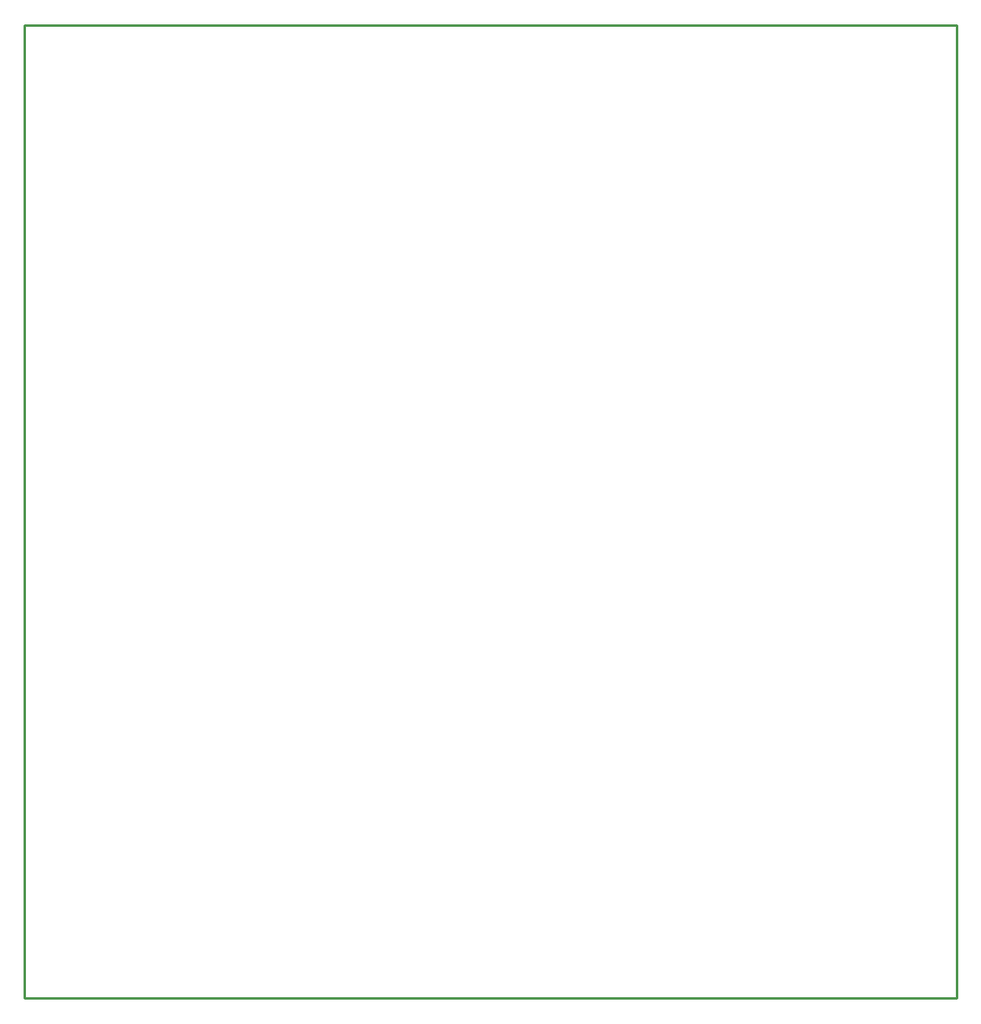
<source format=gko>
G04 Layer_Color=16711935*
%FSLAX25Y25*%
%MOIN*%
G70*
G01*
G75*
%ADD29C,0.01000*%
D29*
X4500Y0D02*
X387500D01*
X4500D02*
Y399500D01*
X387500D01*
Y0D02*
Y399500D01*
M02*

</source>
